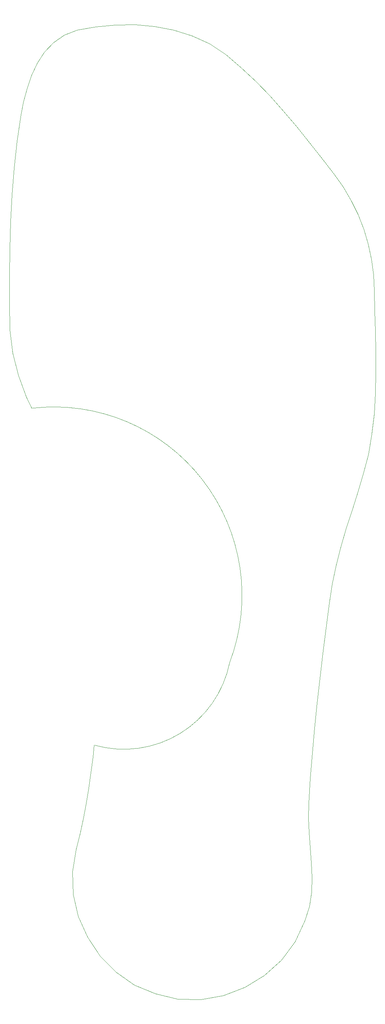
<source format=gbr>
G04 #@! TF.GenerationSoftware,KiCad,Pcbnew,(5.0.0)*
G04 #@! TF.CreationDate,2020-01-29T13:40:05+01:00*
G04 #@! TF.ProjectId,Insole_PCB,496E736F6C655F5043422E6B69636164,rev?*
G04 #@! TF.SameCoordinates,Original*
G04 #@! TF.FileFunction,Other,ECO2*
%FSLAX46Y46*%
G04 Gerber Fmt 4.6, Leading zero omitted, Abs format (unit mm)*
G04 Created by KiCad (PCBNEW (5.0.0)) date 01/29/20 13:40:05*
%MOMM*%
%LPD*%
G01*
G04 APERTURE LIST*
%ADD10C,0.100000*%
G04 APERTURE END LIST*
D10*
X180213188Y-234043753D02*
X179350592Y-237604643D01*
X247980105Y-95662558D02*
X246936358Y-92162276D01*
X224923020Y-60971248D02*
X221615999Y-57564562D01*
X249214681Y-102873691D02*
X248740757Y-99239704D01*
X242142869Y-82322822D02*
X240003066Y-79330206D01*
X206569760Y-46784652D02*
X202233216Y-45421822D01*
X165755461Y-126490228D02*
X167666914Y-131582848D01*
X246936358Y-92162276D02*
X245613148Y-88758878D01*
X173984577Y-48394542D02*
X171892517Y-50634732D01*
X249398246Y-106544499D02*
X249214681Y-102873691D01*
X244014108Y-85472387D02*
X242142869Y-82322822D01*
X221615999Y-57564562D02*
X218162797Y-54309672D01*
X231182824Y-68131267D02*
X228104937Y-64502543D01*
X182787182Y-219624812D02*
X182259538Y-223250257D01*
X237110813Y-75572280D02*
X234177758Y-71830240D01*
X188568279Y-44251152D02*
X184002011Y-44686602D01*
X245613148Y-88758878D02*
X244014108Y-85472387D01*
X167770506Y-59154727D02*
X166954621Y-62234768D01*
X202233216Y-45421822D02*
X197746025Y-44574672D01*
X170191473Y-53246782D02*
X168833463Y-56122752D01*
X214542339Y-51233762D02*
X210693516Y-48707282D01*
X228104937Y-64502543D02*
X224923020Y-60971248D01*
X165416393Y-71512077D02*
X164723184Y-77795242D01*
X193170331Y-44199152D02*
X188568279Y-44251152D01*
X183250594Y-215990237D02*
X182787182Y-219624812D01*
X167666914Y-131582848D02*
X168879453Y-134190707D01*
X166954621Y-62234768D02*
X166337827Y-65254953D01*
X163723163Y-96742856D02*
X163653103Y-103072057D01*
X164723184Y-77795242D02*
X164229227Y-84098636D01*
X183569453Y-213180707D02*
X183250594Y-215990237D01*
X166337827Y-65254953D02*
X165416393Y-71512077D01*
X163653103Y-103072057D02*
X163666393Y-109398234D01*
X218162797Y-54309672D02*
X214542339Y-51233762D01*
X234177758Y-71830240D02*
X231182824Y-68131267D01*
X240003066Y-79330206D02*
X237110813Y-75572280D01*
X168833463Y-56122752D02*
X167770506Y-59154727D01*
X171892517Y-50634732D02*
X170191473Y-53246782D01*
X248740757Y-99239704D02*
X247980105Y-95662558D01*
X197746025Y-44574672D02*
X193170331Y-44199152D01*
X184002011Y-44686602D02*
X179533670Y-45461422D01*
X249499326Y-111352865D02*
X249398246Y-106544499D01*
X163905545Y-90416444D02*
X163723163Y-96742856D01*
X180980345Y-230462532D02*
X180213188Y-234043753D01*
X179533670Y-45461422D02*
X176515635Y-46634132D01*
X181659861Y-226863765D02*
X180980345Y-230462532D01*
X164229227Y-84098636D02*
X163905545Y-90416444D01*
X182259538Y-223250257D02*
X181659861Y-226863765D01*
X164392438Y-121217688D02*
X165755461Y-126490228D01*
X163734063Y-115715576D02*
X164392438Y-121217688D01*
X176515635Y-46634132D02*
X173984577Y-48394542D01*
X163666393Y-109398234D02*
X163734063Y-115715576D01*
X210693516Y-48707282D02*
X206569760Y-46784652D01*
X242852190Y-162320614D02*
X244209453Y-158000707D01*
X241564930Y-166657723D02*
X242852190Y-162320614D01*
X233909007Y-230301169D02*
X234025787Y-226838718D01*
X239468822Y-175450406D02*
X240414773Y-171028749D01*
X234334539Y-237264112D02*
X234055708Y-233779690D01*
X238055712Y-185785236D02*
X238794178Y-179939412D01*
X234055708Y-233779690D02*
X233909007Y-230301169D01*
X234614147Y-240744266D02*
X234334539Y-237264112D01*
X234650288Y-247651094D02*
X234763181Y-244209983D01*
X203295391Y-272761742D02*
X208666897Y-272855442D01*
X234817421Y-215079909D02*
X235352434Y-209210386D01*
X193053411Y-269475572D02*
X198007914Y-271540492D01*
X234369995Y-220955835D02*
X234817421Y-215079909D01*
X198007914Y-271540492D02*
X203295391Y-272761742D01*
X179848488Y-253382553D02*
X181981895Y-258258174D01*
X218980050Y-269994502D02*
X223580726Y-267206972D01*
X249629724Y-116173355D02*
X249499326Y-111352865D01*
X249735914Y-120999294D02*
X249629724Y-116173355D01*
X179350592Y-237604643D02*
X178444906Y-242894472D01*
X246865579Y-149345638D02*
X248030240Y-144977045D01*
X234025787Y-226838718D02*
X234369995Y-220955835D01*
X230817844Y-259335572D02*
X233113314Y-254418821D01*
X213951945Y-271905182D02*
X218980050Y-269994502D01*
X245569616Y-153681287D02*
X246865579Y-149345638D01*
X240414773Y-171028749D02*
X241564930Y-166657723D01*
X235352434Y-209210386D02*
X235959402Y-203346712D01*
X238794178Y-179939412D02*
X239468822Y-175450406D01*
X234144116Y-251057430D02*
X234650288Y-247651094D01*
X188672287Y-266466002D02*
X193053411Y-269475572D01*
X236622692Y-197488332D02*
X237326672Y-191634691D01*
X235959402Y-203346712D02*
X236622692Y-197488332D01*
X233113314Y-254418821D02*
X234144116Y-251057430D01*
X234763181Y-244209983D02*
X234614147Y-240744266D01*
X227583486Y-263626142D02*
X230817844Y-259335572D01*
X208666897Y-272855442D02*
X213951945Y-271905182D01*
X184952471Y-262673092D02*
X188672287Y-266466002D01*
X181981895Y-258258174D02*
X184952471Y-262673092D01*
X248030240Y-144977045D02*
X248848017Y-140224008D01*
X178640182Y-248207547D02*
X179848488Y-253382553D01*
X223580726Y-267206972D02*
X227583486Y-263626142D01*
X249661551Y-130640811D02*
X249764364Y-125824004D01*
X249764364Y-125824004D02*
X249735914Y-120999294D01*
X178444906Y-242894472D02*
X178640182Y-248207547D01*
X249373945Y-135443038D02*
X249661551Y-130640811D01*
X248848017Y-140224008D02*
X249373945Y-135443038D01*
X237326672Y-191634691D02*
X238055712Y-185785236D01*
X244209453Y-158000707D02*
X245569616Y-153681287D01*
X169068316Y-134171726D02*
G75*
G02X215449453Y-193820707I5056994J-43924577D01*
G01*
X215449460Y-193820327D02*
G75*
G02X183709453Y-213230707I-24872853J5016340D01*
G01*
M02*

</source>
